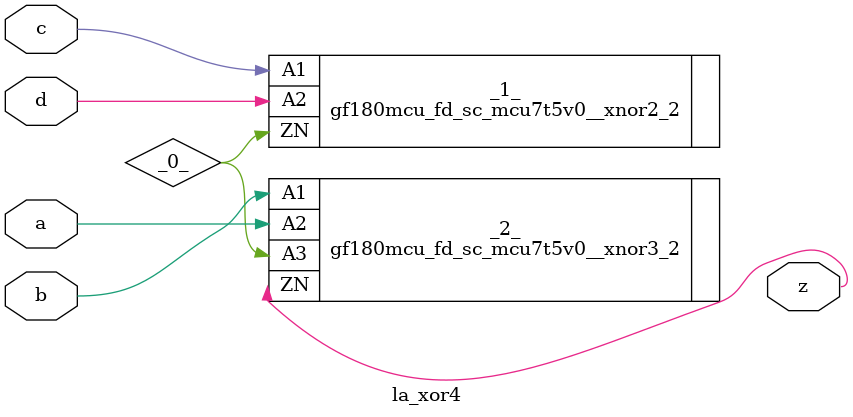
<source format=v>

/* Generated by Yosys 0.44 (git sha1 80ba43d26, g++ 11.4.0-1ubuntu1~22.04 -fPIC -O3) */

(* top =  1  *)
(* src = "generated" *)
module la_xor4 (
    a,
    b,
    c,
    d,
    z
);
  wire _0_;
  (* src = "generated" *)
  input a;
  wire a;
  (* src = "generated" *)
  input b;
  wire b;
  (* src = "generated" *)
  input c;
  wire c;
  (* src = "generated" *)
  input d;
  wire d;
  (* src = "generated" *)
  output z;
  wire z;
  gf180mcu_fd_sc_mcu7t5v0__xnor2_2 _1_ (
      .A1(c),
      .A2(d),
      .ZN(_0_)
  );
  gf180mcu_fd_sc_mcu7t5v0__xnor3_2 _2_ (
      .A1(b),
      .A2(a),
      .A3(_0_),
      .ZN(z)
  );
endmodule

</source>
